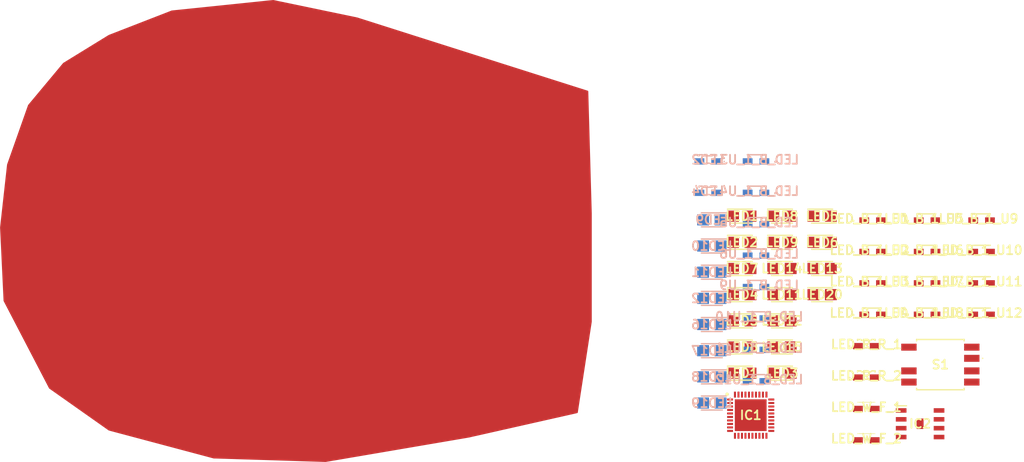
<source format=kicad_pcb>
(kicad_pcb (version 20241229) (generator "pcbnew") (generator_version "9.0")
  (layers (0 "F.Cu" signal) (2 "B.Cu" signal) (13 "F.Paste" user) (15 "B.Paste" user) (5 "F.SilkS" user "F.Silkscreen") (7 "B.SilkS" user "B.Silkscreen") (1 "F.Mask" user) (3 "B.Mask" user) (25 "Edge.Cuts" user))
  (net 0 "")
  (net 1 "Net-(IC2-OUT3)")
  (net 3 "Net-(LED1-A)")
  (net 5 "Net-(LED2-A)")
  (net 6 "Net-(LED10-K)")
  (net 7 "Net-(LED11-K)")
  (net 10 "Net-(LED12-K)")
  (net 11 "Net-(LED13-K)")
  (net 12 "Net-(LED14-K)")
  (net 17 "VCC")
  (net 18 "Net-(LED_B_1_U1-A)")
  (net 19 "Net-(LED_B_1_U2-A)")
  (net 20 "Net-(LED_B_1_U3-A)")
  (net 22 "Net-(LED_B_1_U10-K)")
  (net 24 "Net-(LED_B_1_U11-K)")
  (net 27 "Net-(LED_B_1_U12-K)")
  (net 32 "Net-(LED_R_R_1-A)")
  (net 33 "Net-(LED_W_F_1-A)")
  (net 41 "S-Grip-R")
  (net 42 "RXD")
  (net 43 "S-Brake")
  (net 44 "B5-Top")
  (net 45 "W-Top")
  (net 46 "S-Bar-2")
  (net 47 "B2-Side")
  (net 48 "W-Side")
  (net 49 "B4-Top")
  (net 50 "B5-Side")
  (net 51 "TXD")
  (net 52 "S-Grip-B")
  (net 53 "GND")
  (net 54 "SDB")
  (net 55 "RSTN")
  (net 56 "S-Grip-RGB")
  (net 57 "B3-Top")
  (net 58 "B2-Top")
  (net 59 "+5V")
  (net 60 "ENLIN")
  (net 61 "B6-Top")
  (net 62 "S-Grip-Bot")
  (net 63 "R-Side")
  (net 64 "B3-Side")
  (net 65 "B1-Top")
  (net 66 "S-Ext-1")
  (net 68 "S-Grip-G")
  (net 70 "B6-Side")
  (net 71 "S-Bar-1")
  (net 72 "B4-Side")
  (net 73 "Net-(IC1-REXT)")
  (net 74 "B1-Side")
  (net 76 "S-Ext-2")
  (net 77 "Net-(IC2-LIN)")
  (net 78 "VCC-IO")
  (net 79 "Net-(LED1-K)")
  (net 80 "Net-(LED2-K)")
  (net 81 "Net-(LED3-A)")
  (net 82 "Net-(LED5-A)")
  (net 83 "Net-(LED7-K)")
  (net 84 "Net-(LED15-K)")
  (net 85 "Net-(LED8-K)")
  (net 86 "Net-(LED16-K)")
  (net 87 "Net-(LED9-K)")
  (net 88 "Net-(LED10-A)")
  (net 89 "Net-(LED11-A)")
  (net 90 "Net-(LED12-A)")
  (net 91 "Net-(LED13-A)")
  (net 92 "Net-(LED_B_1_U1-K)")
  (net 93 "Net-(LED_B_1_U2-K)")
  (net 94 "Net-(LED_B_1_U3-K)")
  (net 95 "Net-(LED_B_1_U4-K)")
  (net 96 "Net-(LED_B_1_U5-K)")
  (net 97 "Net-(LED_B_1_U6-K)")
  (net 98 "Net-(LED_W_F_1-K)")
  (footprint "SamacSys_Parts:AA2810AVW1S" (layer "F.Cu") (at 184.9 101.15)
    (property "Reference" "LED_W_F_2" (at 0 0.1 0) (layer "F.SilkS") (effects (font (size 1.27 1.27) (thickness 0.254))))
    (property "Value" "AA2810AVW1S" (hide yes))
    (pad "1" smd rect (at -1.2 0.35 90) (size 0.9 1.4) (layers "F.Cu" "F.Mask" "F.Paste") (net 33 "Net-(LED_W_F_1-A)"))
    (pad "2" smd rect (at 1.2 0.35 90) (size 0.9 1.4) (layers "F.Cu" "F.Mask" "F.Paste") (net 59 "+5V"))
  )
  (footprint "SamacSys_Parts:AA2810AQBSD" (layer "F.Cu") (at 201.4 70)
    (property "Reference" "LED_B_1_U9" (at -0.45 -0.25 0) (layer "F.SilkS") (effects (font (size 1.27 1.27) (thickness 0.254))))
    (property "Value" "AA2810AQBS_D" (hide yes))
    (pad "1" smd rect (at -1.2 0 90) (size 0.9 1.4) (layers "F.Cu" "F.Mask" "F.Paste") (net 20 "Net-(LED_B_1_U3-A)"))
    (pad "2" smd rect (at 1.2 0 90) (size 0.9 1.4) (layers "F.Cu" "F.Mask" "F.Paste"))
  )
  (footprint "SamacSys_Parts:LEDM3020X150N" (layer "F.Cu") (at 167.075 88.125)
    (property "Reference" "LED8" (at 0 0 0) (layer "F.SilkS") (effects (font (size 1.27 1.27) (thickness 0.254))))
    (property "Value" "AA3021SYSK_J3-TR" (hide yes))
    (pad "1" smd rect (at -1.25 0 90) (size 1.6 1.7) (layers "F.Cu" "F.Mask" "F.Paste") (net 85 "Net-(LED8-K)"))
    (pad "2" smd rect (at 1.25 0 90) (size 1.6 1.7) (layers "F.Cu" "F.Mask" "F.Paste") (net 84 "Net-(LED15-K)"))
  )
  (footprint "SamacSys_Parts:LEDM3020X150N" (layer "F.Cu") (at 167.075 73.125)
    (property "Reference" "LED2" (at 0 0 0) (layer "F.SilkS") (effects (font (size 1.27 1.27) (thickness 0.254))))
    (property "Value" "AA3021SYSK_J3-TR" (hide yes))
    (pad "1" smd rect (at -1.25 0 90) (size 1.6 1.7) (layers "F.Cu" "F.Mask" "F.Paste"))
    (pad "2" smd rect (at 1.25 0 90) (size 1.6 1.7) (layers "F.Cu" "F.Mask" "F.Paste") (net 5 "Net-(LED2-A)"))
  )
  (footprint "SamacSys_Parts:LEDM3020X150N" (layer "F.Cu") (at 178.575 73.125)
    (property "Reference" "LED6" (at 0 0 0) (layer "F.SilkS") (effects (font (size 1.27 1.27) (thickness 0.254))))
    (property "Value" "AA3021SESK_J3-TR" (hide yes))
    (pad "1" smd rect (at -1.25 0 90) (size 1.6 1.7) (layers "F.Cu" "F.Mask" "F.Paste") (net 82 "Net-(LED5-A)"))
    (pad "2" smd rect (at 1.25 0 90) (size 1.6 1.7) (layers "F.Cu" "F.Mask" "F.Paste") (net 11 "Net-(LED13-K)"))
  )
  (footprint "SamacSys_Parts:AA2810AQBSD" (layer "F.Cu") (at 193.6 83.5)
    (property "Reference" "LED_B_1_U8" (at -0.45 -0.25 0) (layer "F.SilkS") (effects (font (size 1.27 1.27) (thickness 0.254))))
    (property "Value" "AA2810AQBS_D" (hide yes))
    (pad "1" smd rect (at -1.2 0 90) (size 0.9 1.4) (layers "F.Cu" "F.Mask" "F.Paste") (net 19 "Net-(LED_B_1_U2-A)"))
    (pad "2" smd rect (at 1.2 0 90) (size 0.9 1.4) (layers "F.Cu" "F.Mask" "F.Paste") (net 59 "+5V"))
  )
  (footprint "SamacSys_Parts:LEDM3020X150N" (layer "F.Cu") (at 178.575 80.625)
    (property "Reference" "LED20" (at 0 0 0) (layer "F.SilkS") (effects (font (size 1.27 1.27) (thickness 0.254))))
    (property "Value" "AA3021SESK_J3-TR" (hide yes))
    (pad "1" smd rect (at -1.25 0 90) (size 1.6 1.7) (layers "F.Cu" "F.Mask" "F.Paste") (net 91 "Net-(LED13-A)"))
    (pad "2" smd rect (at 1.25 0 90) (size 1.6 1.7) (layers "F.Cu" "F.Mask" "F.Paste") (net 59 "+5V"))
  )
  (footprint "SamacSys_Parts:LEDM3020X150N" (layer "F.Cu") (at 178.575 76.875)
    (property "Reference" "LED13" (at 0 0 0) (layer "F.SilkS") (effects (font (size 1.27 1.27) (thickness 0.254))))
    (property "Value" "AA3021SESK_J3-TR" (hide yes))
    (pad "1" smd rect (at -1.25 0 90) (size 1.6 1.7) (layers "F.Cu" "F.Mask" "F.Paste") (net 11 "Net-(LED13-K)"))
    (pad "2" smd rect (at 1.25 0 90) (size 1.6 1.7) (layers "F.Cu" "F.Mask" "F.Paste") (net 91 "Net-(LED13-A)"))
  )
  (footprint "SamacSys_Parts:AA2810AQBSD" (layer "F.Cu") (at 185.8 70)
    (property "Reference" "LED_B_1_U1" (at -0.45 -0.25 0) (layer "F.SilkS") (effects (font (size 1.27 1.27) (thickness 0.254))))
    (property "Value" "AA2810AQBS_D" (hide yes))
    (pad "1" smd rect (at -1.2 0 90) (size 0.9 1.4) (layers "F.Cu" "F.Mask" "F.Paste") (net 92 "Net-(LED_B_1_U1-K)"))
    (pad "2" smd rect (at 1.2 0 90) (size 0.9 1.4) (layers "F.Cu" "F.Mask" "F.Paste") (net 18 "Net-(LED_B_1_U1-A)"))
  )
  (footprint "SamacSys_Parts:AA2810AQBSD" (layer "F.Cu") (at 193.6 70)
    (property "Reference" "LED_B_1_U5" (at -0.45 -0.25 0) (layer "F.SilkS") (effects (font (size 1.27 1.27) (thickness 0.254))))
    (property "Value" "AA2810AQBS_D" (hide yes))
    (pad "1" smd rect (at -1.2 0 90) (size 0.9 1.4) (layers "F.Cu" "F.Mask" "F.Paste"))
    (pad "2" smd rect (at 1.2 0 90) (size 0.9 1.4) (layers "F.Cu" "F.Mask" "F.Paste") (net 24 "Net-(LED_B_1_U11-K)"))
  )
  (footprint "SamacSys_Parts:AA2810AQBSD" (layer "F.Cu") (at 201.4 83.5)
    (property "Reference" "LED_B_1_U12" (at -0.45 -0.25 0) (layer "F.SilkS") (effects (font (size 1.27 1.27) (thickness 0.254))))
    (property "Value" "AA2810AQBS_D" (hide yes))
    (pad "1" smd rect (at -1.2 0 90) (size 0.9 1.4) (layers "F.Cu" "F.Mask" "F.Paste") (net 27 "Net-(LED_B_1_U12-K)"))
    (pad "2" smd rect (at 1.2 0 90) (size 0.9 1.4) (layers "F.Cu" "F.Mask" "F.Paste"))
  )
  (footprint "SamacSys_Parts:LEDM3020X150N" (layer "F.Cu") (at 172.825 80.625)
    (property "Reference" "LED11" (at 0 0 0) (layer "F.SilkS") (effects (font (size 1.27 1.27) (thickness 0.254))))
    (property "Value" "AA3021SYSK_J3-TR" (hide yes))
    (pad "1" smd rect (at -1.25 0 90) (size 1.6 1.7) (layers "F.Cu" "F.Mask" "F.Paste") (net 7 "Net-(LED11-K)"))
    (pad "2" smd rect (at 1.25 0 90) (size 1.6 1.7) (layers "F.Cu" "F.Mask" "F.Paste"))
  )
  (footprint "SamacSys_Parts:LEDM3020X150N" (layer "F.Cu") (at 172.825 84.375)
    (property "Reference" "LED12" (at 0 0 0) (layer "F.SilkS") (effects (font (size 1.27 1.27) (thickness 0.254))))
    (property "Value" "AA3021SYSK_J3-TR" (hide yes))
    (pad "1" smd rect (at -1.25 0 90) (size 1.6 1.7) (layers "F.Cu" "F.Mask" "F.Paste") (net 10 "Net-(LED12-K)"))
    (pad "2" smd rect (at 1.25 0 90) (size 1.6 1.7) (layers "F.Cu" "F.Mask" "F.Paste"))
  )
  (footprint "SamacSys_Parts:LEDM3020X150N" (layer "F.Cu") (at 172.825 91.875)
    (property "Reference" "LED3" (at 0 0 0) (layer "F.SilkS") (effects (font (size 1.27 1.27) (thickness 0.254))))
    (property "Value" "AA3021SESK_J3-TR" (hide yes))
    (pad "1" smd rect (at -1.25 0 90) (size 1.6 1.7) (layers "F.Cu" "F.Mask" "F.Paste") (net 3 "Net-(LED1-A)"))
    (pad "2" smd rect (at 1.25 0 90) (size 1.6 1.7) (layers "F.Cu" "F.Mask" "F.Paste") (net 81 "Net-(LED3-A)"))
  )
  (footprint "SamacSys_Parts:LEDM3020X150N" (layer "F.Cu") (at 178.575 69.375)
    (property "Reference" "LED5" (at 0 0 0) (layer "F.SilkS") (effects (font (size 1.27 1.27) (thickness 0.254))))
    (property "Value" "AA3021SESK_J3-TR" (hide yes))
    (pad "1" smd rect (at -1.25 0 90) (size 1.6 1.7) (layers "F.Cu" "F.Mask" "F.Paste") (net 81 "Net-(LED3-A)"))
    (pad "2" smd rect (at 1.25 0 90) (size 1.6 1.7) (layers "F.Cu" "F.Mask" "F.Paste") (net 82 "Net-(LED5-A)"))
  )
  (footprint "SamacSys_Parts:LEDM3020X150N" (layer "F.Cu") (at 172.825 76.875)
    (property "Reference" "LED14" (at 0 0 0) (layer "F.SilkS") (effects (font (size 1.27 1.27) (thickness 0.254))))
    (property "Value" "AA3021SYSK_J3-TR" (hide yes))
    (pad "1" smd rect (at -1.25 0 90) (size 1.6 1.7) (layers "F.Cu" "F.Mask" "F.Paste") (net 12 "Net-(LED14-K)"))
    (pad "2" smd rect (at 1.25 0 90) (size 1.6 1.7) (layers "F.Cu" "F.Mask" "F.Paste") (net 59 "+5V"))
  )
  (footprint "SamacSys_Parts:AA2810AQBSD" (layer "F.Cu") (at 193.6 79)
    (property "Reference" "LED_B_1_U7" (at -0.45 -0.25 0) (layer "F.SilkS") (effects (font (size 1.27 1.27) (thickness 0.254))))
    (property "Value" "AA2810AQBS_D" (hide yes))
    (pad "1" smd rect (at -1.2 0 90) (size 0.9 1.4) (layers "F.Cu" "F.Mask" "F.Paste") (net 18 "Net-(LED_B_1_U1-A)"))
    (pad "2" smd rect (at 1.2 0 90) (size 0.9 1.4) (layers "F.Cu" "F.Mask" "F.Paste") (net 59 "+5V"))
  )
  (footprint "SamacSys_Parts:AA2810AVW1S" (layer "F.Cu") (at 184.9 96.65)
    (property "Reference" "LED_W_F_1" (at 0 0.1 0) (layer "F.SilkS") (effects (font (size 1.27 1.27) (thickness 0.254))))
    (property "Value" "AA2810AVW1S" (hide yes))
    (pad "1" smd rect (at -1.2 0.35 90) (size 0.9 1.4) (layers "F.Cu" "F.Mask" "F.Paste") (net 98 "Net-(LED_W_F_1-K)"))
    (pad "2" smd rect (at 1.2 0.35 90) (size 0.9 1.4) (layers "F.Cu" "F.Mask" "F.Paste") (net 33 "Net-(LED_W_F_1-A)"))
  )
  (footprint "SamacSys_Parts:AA2810AQBSD" (layer "F.Cu") (at 185.8 83.5)
    (property "Reference" "LED_B_1_U4" (at -0.45 -0.25 0) (layer "F.SilkS") (effects (font (size 1.27 1.27) (thickness 0.254))))
    (property "Value" "AA2810AQBS_D" (hide yes))
    (pad "1" smd rect (at -1.2 0 90) (size 0.9 1.4) (layers "F.Cu" "F.Mask" "F.Paste"))
    (pad "2" smd rect (at 1.2 0 90) (size 0.9 1.4) (layers "F.Cu" "F.Mask" "F.Paste") (net 22 "Net-(LED_B_1_U10-K)"))
  )
  (footprint "SamacSys_Parts:SOIC127P600X170-9N" (layer "F.Cu") (at 192.6 99.125)
    (property "Reference" "IC2" (at 0 0 0) (layer "F.SilkS") (effects (font (size 1.27 1.27) (thickness 0.254))))
    (property "Value" "IS32IO1028A-GRLA2-TR" (hide yes))
    (pad "1" smd rect (at -2.712 -1.905 90) (size 0.65 1.525) (layers "F.Cu" "F.Mask" "F.Paste") (net 59 "+5V"))
    (pad "2" smd rect (at -2.712 -0.635 90) (size 0.65 1.525) (layers "F.Cu" "F.Mask" "F.Paste") (net 60 "ENLIN"))
    (pad "3" smd rect (at -2.712 0.635 90) (size 0.65 1.525) (layers "F.Cu" "F.Mask" "F.Paste") (net 53 "GND"))
    (pad "4" smd rect (at -2.712 1.905 90) (size 0.65 1.525) (layers "F.Cu" "F.Mask" "F.Paste") (net 77 "Net-(IC2-LIN)"))
    (pad "5" smd rect (at 2.712 1.905 90) (size 0.65 1.525) (layers "F.Cu" "F.Mask" "F.Paste") (net 42 "RXD"))
    (pad "6" smd rect (at 2.712 0.635 90) (size 0.65 1.525) (layers "F.Cu" "F.Mask" "F.Paste") (net 51 "TXD"))
    (pad "7" smd rect (at 2.712 -0.635 90) (size 0.65 1.525) (layers "F.Cu" "F.Mask" "F.Paste") (net 55 "RSTN"))
    (pad "8" smd rect (at 2.712 -1.905 90) (size 0.65 1.525) (layers "F.Cu" "F.Mask" "F.Paste") (net 78 "VCC-IO"))
    (pad "9" smd rect (at 0 0) (size 1 1.5) (layers "F.Cu" "F.Mask" "F.Paste") (net 53 "GND"))
  )
  (footprint "SamacSys_Parts:LEDM3020X150N" (layer "F.Cu") (at 172.825 73.125)
    (property "Reference" "LED9" (at 0 0 0) (layer "F.SilkS") (effects (font (size 1.27 1.27) (thickness 0.254))))
    (property "Value" "AA3021SYSK_J3-TR" (hide yes))
    (pad "1" smd rect (at -1.25 0 90) (size 1.6 1.7) (layers "F.Cu" "F.Mask" "F.Paste") (net 5 "Net-(LED2-A)"))
    (pad "2" smd rect (at 1.25 0 90) (size 1.6 1.7) (layers "F.Cu" "F.Mask" "F.Paste"))
  )
  (footprint "SamacSys_Parts:228EMVARGBFR" (layer "F.Cu") (at 195.5 90.65)
    (property "Reference" "S1" (at 0 0 0) (layer "F.SilkS") (effects (font (size 1.27 1.27) (thickness 0.254))))
    (property "Value" "228EMVARGBFR" (hide yes))
    (pad "" np_thru_hole circle (at -1.75 -1.7) (size 1 1) (drill 1) (layers "*.Cu" "*.Mask"))
    (pad "" np_thru_hole circle (at 1.75 -1.7) (size 1 1) (drill 1) (layers "*.Cu" "*.Mask"))
    (pad "A1" smd rect (at 4.5 -0.9 90) (size 1 2.2) (layers "F.Cu" "F.Mask" "F.Paste"))
    (pad "B1" smd rect (at 4.5 -2.5 90) (size 1 2.2) (layers "F.Cu" "F.Mask" "F.Paste"))
    (pad "B2" smd rect (at -4.5 -2.5 90) (size 1 2.2) (layers "F.Cu" "F.Mask" "F.Paste"))
    (pad "L1" smd rect (at 4.5 2.5 90) (size 1 2.2) (layers "F.Cu" "F.Mask" "F.Paste"))
    (pad "L2" smd rect (at 4.5 0.9 90) (size 1 2.2) (layers "F.Cu" "F.Mask" "F.Paste"))
    (pad "L3" smd rect (at -4.5 2.5 90) (size 1 2.2) (layers "F.Cu" "F.Mask" "F.Paste"))
    (pad "L4" smd rect (at -4.5 0.9 90) (size 1 2.2) (layers "F.Cu" "F.Mask" "F.Paste"))
  )
  (footprint "SamacSys_Parts:AA2810ASESJ3" (layer "F.Cu") (at 184.9 87.75)
    (property "Reference" "LED_R_R_1" (at 0 0 0) (layer "F.SilkS") (effects (font (size 1.27 1.27) (thickness 0.254))))
    (property "Value" "AA2810ASES_J3" (hide yes))
    (pad "1" smd rect (at -1.2 0.25 90) (size 0.9 1.4) (layers "F.Cu" "F.Mask" "F.Paste") (net 32 "Net-(LED_R_R_1-A)"))
    (pad "2" smd rect (at 1.2 0.25 90) (size 0.9 1.4) (layers "F.Cu" "F.Mask" "F.Paste") (net 1 "Net-(IC2-OUT3)"))
  )
  (footprint "SamacSys_Parts:AA2810AQBSD" (layer "F.Cu") (at 185.8 74.5)
    (property "Reference" "LED_B_1_U2" (at -0.45 -0.25 0) (layer "F.SilkS") (effects (font (size 1.27 1.27) (thickness 0.254))))
    (property "Value" "AA2810AQBS_D" (hide yes))
    (pad "1" smd rect (at -1.2 0 90) (size 0.9 1.4) (layers "F.Cu" "F.Mask" "F.Paste") (net 93 "Net-(LED_B_1_U2-K)"))
    (pad "2" smd rect (at 1.2 0 90) (size 0.9 1.4) (layers "F.Cu" "F.Mask" "F.Paste") (net 19 "Net-(LED_B_1_U2-A)"))
  )
  (footprint "SamacSys_Parts:LEDM3020X150N" (layer "F.Cu") (at 172.825 88.125)
    (property "Reference" "LED15" (at 0 0 0) (layer "F.SilkS") (effects (font (size 1.27 1.27) (thickness 0.254))))
    (property "Value" "AA3021SYSK_J3-TR" (hide yes))
    (pad "1" smd rect (at -1.25 0 90) (size 1.6 1.7) (layers "F.Cu" "F.Mask" "F.Paste") (net 84 "Net-(LED15-K)"))
    (pad "2" smd rect (at 1.25 0 90) (size 1.6 1.7) (layers "F.Cu" "F.Mask" "F.Paste") (net 59 "+5V"))
  )
  (footprint "SamacSys_Parts:AA2810AQBSD" (layer "F.Cu") (at 193.6 74.5)
    (property "Reference" "LED_B_1_U6" (at -0.45 -0.25 0) (layer "F.SilkS") (effects (font (size 1.27 1.27) (thickness 0.254))))
    (property "Value" "AA2810AQBS_D" (hide yes))
    (pad "1" smd rect (at -1.2 0 90) (size 0.9 1.4) (layers "F.Cu" "F.Mask" "F.Paste"))
    (pad "2" smd rect (at 1.2 0 90) (size 0.9 1.4) (layers "F.Cu" "F.Mask" "F.Paste") (net 27 "Net-(LED_B_1_U12-K)"))
  )
  (footprint "SamacSys_Parts:LEDM3020X150N" (layer "F.Cu") (at 167.075 80.625)
    (property "Reference" "LED4" (at 0 0 0) (layer "F.SilkS") (effects (font (size 1.27 1.27) (thickness 0.254))))
    (property "Value" "AA3021SYSK_J3-TR" (hide yes))
    (pad "1" smd rect (at -1.25 0 90) (size 1.6 1.7) (layers "F.Cu" "F.Mask" "F.Paste"))
    (pad "2" smd rect (at 1.25 0 90) (size 1.6 1.7) (layers "F.Cu" "F.Mask" "F.Paste") (net 7 "Net-(LED11-K)"))
  )
  (footprint "SamacSys_Parts:AA2810AQBSD" (layer "F.Cu") (at 201.4 79)
    (property "Reference" "LED_B_1_U11" (at -0.45 -0.25 0) (layer "F.SilkS") (effects (font (size 1.27 1.27) (thickness 0.254))))
    (property "Value" "AA2810AQBS_D" (hide yes))
    (pad "1" smd rect (at -1.2 0 90) (size 0.9 1.4) (layers "F.Cu" "F.Mask" "F.Paste") (net 24 "Net-(LED_B_1_U11-K)"))
    (pad "2" smd rect (at 1.2 0 90) (size 0.9 1.4) (layers "F.Cu" "F.Mask" "F.Paste"))
  )
  (footprint "SamacSys_Parts:LEDM3020X150N" (layer "F.Cu") (at 172.825 69.375)
    (property "Reference" "LED8" (at 0 0 0) (layer "F.SilkS") (effects (font (size 1.27 1.27) (thickness 0.254))))
    (property "Value" "AA3021SYSK_J3-TR" (hide yes))
    (pad "1" smd rect (at -1.25 0 90) (size 1.6 1.7) (layers "F.Cu" "F.Mask" "F.Paste") (net 3 "Net-(LED1-A)"))
    (pad "2" smd rect (at 1.25 0 90) (size 1.6 1.7) (layers "F.Cu" "F.Mask" "F.Paste"))
  )
  (footprint "SamacSys_Parts:AA2810AQBSD" (layer "F.Cu") (at 201.4 74.5)
    (property "Reference" "LED_B_1_U10" (at -0.45 -0.25 0) (layer "F.SilkS") (effects (font (size 1.27 1.27) (thickness 0.254))))
    (property "Value" "AA2810AQBS_D" (hide yes))
    (pad "1" smd rect (at -1.2 0 90) (size 0.9 1.4) (layers "F.Cu" "F.Mask" "F.Paste") (net 22 "Net-(LED_B_1_U10-K)"))
    (pad "2" smd rect (at 1.2 0 90) (size 0.9 1.4) (layers "F.Cu" "F.Mask" "F.Paste"))
  )
  (footprint "SamacSys_Parts:LEDM3020X150N" (layer "F.Cu") (at 167.075 91.875)
    (property "Reference" "LED1" (at 0 0 0) (layer "F.SilkS") (effects (font (size 1.27 1.27) (thickness 0.254))))
    (property "Value" "AA3021SESK_J3-TR" (hide yes))
    (pad "1" smd rect (at -1.25 0 90) (size 1.6 1.7) (layers "F.Cu" "F.Mask" "F.Paste") (net 79 "Net-(LED1-K)"))
    (pad "2" smd rect (at 1.25 0 90) (size 1.6 1.7) (layers "F.Cu" "F.Mask" "F.Paste") (net 3 "Net-(LED1-A)"))
  )
  (footprint "SamacSys_Parts:AA2810ASESJ3" (layer "F.Cu") (at 184.9 92.25)
    (property "Reference" "LED_R_R_2" (at 0 0 0) (layer "F.SilkS") (effects (font (size 1.27 1.27) (thickness 0.254))))
    (property "Value" "AA2810ASES_J3" (hide yes))
    (pad "1" smd rect (at -1.2 0.25 90) (size 0.9 1.4) (layers "F.Cu" "F.Mask" "F.Paste") (net 17 "VCC"))
    (pad "2" smd rect (at 1.2 0.25 90) (size 0.9 1.4) (layers "F.Cu" "F.Mask" "F.Paste") (net 32 "Net-(LED_R_R_1-A)"))
  )
  (footprint "SamacSys_Parts:LEDM3020X150N" (layer "F.Cu") (at 167.075 69.375)
    (property "Reference" "LED1" (at 0 0 0) (layer "F.SilkS") (effects (font (size 1.27 1.27) (thickness 0.254))))
    (property "Value" "AA3021SYSK_J3-TR" (hide yes))
    (pad "1" smd rect (at -1.25 0 90) (size 1.6 1.7) (layers "F.Cu" "F.Mask" "F.Paste"))
    (pad "2" smd rect (at 1.25 0 90) (size 1.6 1.7) (layers "F.Cu" "F.Mask" "F.Paste") (net 3 "Net-(LED1-A)"))
  )
  (footprint "SamacSys_Parts:QFN50P600X600X80-41N-D" (layer "F.Cu") (at 168.35 97.9)
    (property "Reference" "IC1" (at 0 0 0) (layer "F.SilkS") (effects (font (size 1.27 1.27) (thickness 0.254))))
    (property "Value" "IS31CS8979-QFLS2-TR" (hide yes))
    (pad "1" smd rect (at -2.95 -2.25 90) (size 0.3 0.85) (layers "F.Cu" "F.Mask" "F.Paste") (net 70 "B6-Side"))
    (pad "2" smd rect (at -2.95 -1.75 90) (size 0.3 0.85) (layers "F.Cu" "F.Mask" "F.Paste") (net 61 "B6-Top"))
    (pad "3" smd rect (at -2.95 -1.25 90) (size 0.3 0.85) (layers "F.Cu" "F.Mask" "F.Paste") (net 41 "S-Grip-R"))
    (pad "4" smd rect (at -2.95 -0.75 90) (size 0.3 0.85) (layers "F.Cu" "F.Mask" "F.Paste") (net 68 "S-Grip-G"))
    (pad "5" smd rect (at -2.95 -0.25 90) (size 0.3 0.85) (layers "F.Cu" "F.Mask" "F.Paste") (net 52 "S-Grip-B"))
    (pad "6" smd rect (at -2.95 0.25 90) (size 0.3 0.85) (layers "F.Cu" "F.Mask" "F.Paste") (net 53 "GND"))
    (pad "7" smd rect (at -2.95 0.75 90) (size 0.3 0.85) (layers "F.Cu" "F.Mask" "F.Paste") (net 73 "Net-(IC1-REXT)"))
    (pad "8" smd rect (at -2.95 1.25 90) (size 0.3 0.85) (layers "F.Cu" "F.Mask" "F.Paste") (net 54 "SDB"))
    (pad "9" smd rect (at -2.95 1.75 90) (size 0.3 0.85) (layers "F.Cu" "F.Mask" "F.Paste") (net 59 "+5V"))
    (pad "10" smd rect (at -2.95 2.25 90) (size 0.3 0.85) (layers "F.Cu" "F.Mask" "F.Paste") (net 43 "S-Brake"))
    (pad "11" smd rect (at -2.25 2.95) (size 0.3 0.85) (layers "F.Cu" "F.Mask" "F.Paste") (net 76 "S-Ext-2"))
    (pad "12" smd rect (at -1.75 2.95) (size 0.3 0.85) (layers "F.Cu" "F.Mask" "F.Paste") (net 66 "S-Ext-1"))
    (pad "13" smd rect (at -1.25 2.95) (size 0.3 0.85) (layers "F.Cu" "F.Mask" "F.Paste") (net 62 "S-Grip-Bot"))
    (pad "14" smd rect (at -0.75 2.95) (size 0.3 0.85) (layers "F.Cu" "F.Mask" "F.Paste") (net 56 "S-Grip-RGB"))
    (pad "15" smd rect (at -0.25 2.95) (size 0.3 0.85) (layers "F.Cu" "F.Mask" "F.Paste"))
    (pad "16" smd rect (at 0.25 2.95) (size 0.3 0.85) (layers "F.Cu" "F.Mask" "F.Paste"))
    (pad "17" smd rect (at 0.75 2.95) (size 0.3 0.85) (layers "F.Cu" "F.Mask" "F.Paste") (net 59 "+5V"))
    (pad "18" smd rect (at 1.25 2.95) (size 0.3 0.85) (layers "F.Cu" "F.Mask" "F.Paste") (net 55 "RSTN"))
    (pad "19" smd rect (at 1.75 2.95) (size 0.3 0.85) (layers "F.Cu" "F.Mask" "F.Paste"))
    (pad "20" smd rect (at 2.25 2.95) (size 0.3 0.85) (layers "F.Cu" "F.Mask" "F.Paste") (net 60 "ENLIN"))
    (pad "21" smd rect (at 2.95 2.25 90) (size 0.3 0.85) (layers "F.Cu" "F.Mask" "F.Paste") (net 42 "RXD"))
    (pad "22" smd rect (at 2.95 1.75 90) (size 0.3 0.85) (layers "F.Cu" "F.Mask" "F.Paste") (net 51 "TXD"))
    (pad "23" smd rect (at 2.95 1.25 90) (size 0.3 0.85) (layers "F.Cu" "F.Mask" "F.Paste") (net 46 "S-Bar-2"))
    (pad "24" smd rect (at 2.95 0.75 90) (size 0.3 0.85) (layers "F.Cu" "F.Mask" "F.Paste") (net 71 "S-Bar-1"))
    (pad "25" smd rect (at 2.95 0.25 90) (size 0.3 0.85) (layers "F.Cu" "F.Mask" "F.Paste") (net 53 "GND"))
    (pad "26" smd rect (at 2.95 -0.25 90) (size 0.3 0.85) (layers "F.Cu" "F.Mask" "F.Paste") (net 48 "W-Side"))
    (pad "27" smd rect (at 2.95 -0.75 90) (size 0.3 0.85) (layers "F.Cu" "F.Mask" "F.Paste") (net 45 "W-Top"))
    (pad "28" smd rect (at 2.95 -1.25 90) (size 0.3 0.85) (layers "F.Cu" "F.Mask" "F.Paste") (net 63 "R-Side"))
    (pad "29" smd rect (at 2.95 -1.75 90) (size 0.3 0.85) (layers "F.Cu" "F.Mask" "F.Paste") (net 74 "B1-Side"))
    (pad "30" smd rect (at 2.95 -2.25 90) (size 0.3 0.85) (layers "F.Cu" "F.Mask" "F.Paste") (net 65 "B1-Top"))
    (pad "31" smd rect (at 2.25 -2.95) (size 0.3 0.85) (layers "F.Cu" "F.Mask" "F.Paste") (net 47 "B2-Side"))
    (pad "32" smd rect (at 1.75 -2.95) (size 0.3 0.85) (layers "F.Cu" "F.Mask" "F.Paste") (net 58 "B2-Top"))
    (pad "33" smd rect (at 1.25 -2.95) (size 0.3 0.85) (layers "F.Cu" "F.Mask" "F.Paste") (net 64 "B3-Side"))
    (pad "34" smd rect (at 0.75 -2.95) (size 0.3 0.85) (layers "F.Cu" "F.Mask" "F.Paste") (net 57 "B3-Top"))
    (pad "35" smd rect (at 0.25 -2.95) (size 0.3 0.85) (layers "F.Cu" "F.Mask" "F.Paste") (net 53 "GND"))
    (pad "36" smd rect (at -0.25 -2.95) (size 0.3 0.85) (layers "F.Cu" "F.Mask" "F.Paste") (net 53 "GND"))
    (pad "37" smd rect (at -0.75 -2.95) (size 0.3 0.85) (layers "F.Cu" "F.Mask" "F.Paste") (net 72 "B4-Side"))
    (pad "38" smd rect (at -1.25 -2.95) (size 0.3 0.85) (layers "F.Cu" "F.Mask" "F.Paste") (net 49 "B4-Top"))
    (pad "39" smd rect (at -1.75 -2.95) (size 0.3 0.85) (layers "F.Cu" "F.Mask" "F.Paste") (net 50 "B5-Side"))
    (pad "40" smd rect (at -2.25 -2.95) (size 0.3 0.85) (layers "F.Cu" "F.Mask" "F.Paste") (net 44 "B5-Top"))
    (pad "41" smd rect (at 0 0) (size 4.55 4.55) (layers "F.Cu" "F.Mask" "F.Paste") (net 53 "GND"))
  )
  (footprint "SamacSys_Parts:LEDM3020X150N" (layer "F.Cu") (at 167.075 84.375)
    (property "Reference" "LED5" (at 0 0 0) (layer "F.SilkS") (effects (font (size 1.27 1.27) (thickness 0.254))))
    (property "Value" "AA3021SYSK_J3-TR" (hide yes))
    (pad "1" smd rect (at -1.25 0 90) (size 1.6 1.7) (layers "F.Cu" "F.Mask" "F.Paste"))
    (pad "2" smd rect (at 1.25 0 90) (size 1.6 1.7) (layers "F.Cu" "F.Mask" "F.Paste") (net 10 "Net-(LED12-K)"))
  )
  (footprint "SamacSys_Parts:LEDM3020X150N" (layer "F.Cu") (at 167.075 76.875)
    (property "Reference" "LED7" (at 0 0 0) (layer "F.SilkS") (effects (font (size 1.27 1.27) (thickness 0.254))))
    (property "Value" "AA3021SYSK_J3-TR" (hide yes))
    (pad "1" smd rect (at -1.25 0 90) (size 1.6 1.7) (layers "F.Cu" "F.Mask" "F.Paste") (net 83 "Net-(LED7-K)"))
    (pad "2" smd rect (at 1.25 0 90) (size 1.6 1.7) (layers "F.Cu" "F.Mask" "F.Paste") (net 12 "Net-(LED14-K)"))
  )
  (footprint "SamacSys_Parts:AA2810AQBSD" (layer "F.Cu") (at 185.8 79)
    (property "Reference" "LED_B_1_U3" (at -0.45 -0.25 0) (layer "F.SilkS") (effects (font (size 1.27 1.27) (thickness 0.254))))
    (property "Value" "AA2810AQBS_D" (hide yes))
    (pad "1" smd rect (at -1.2 0 90) (size 0.9 1.4) (layers "F.Cu" "F.Mask" "F.Paste"))
    (pad "2" smd rect (at 1.2 0 90) (size 0.9 1.4) (layers "F.Cu" "F.Mask" "F.Paste") (net 20 "Net-(LED_B_1_U3-A)"))
  )
  (footprint "SamacSys_Parts:LEDM3020X150N" (layer "B.Cu") (at 162.787 96.155 180)
    (property "Reference" "LED19" (at 0 0 0) (layer "B.SilkS") (effects (font (size 1.27 1.27) (thickness 0.254)) (justify mirror)))
    (property "Value" "AA3021SYSK_J3-TR" (hide yes))
    (pad "1" smd rect (at -1.25 0 90) (size 1.6 1.7) (layers "B.Cu" "B.Mask" "B.Paste") (net 90 "Net-(LED12-A)"))
    (pad "2" smd rect (at 1.25 0 90) (size 1.6 1.7) (layers "B.Cu" "B.Mask" "B.Paste") (net 59 "+5V"))
  )
  (footprint "SamacSys_Parts:AA2810ASESJ3" (layer "B.Cu") (at 162.212 61.28 180)
    (property "Reference" "LED2" (at 0 0 0) (layer "B.SilkS") (effects (font (size 1.27 1.27) (thickness 0.254)) (justify mirror)))
    (property "Value" "AA2810ASES_J3" (hide yes))
    (pad "1" smd rect (at -1.2 -0.25 90) (size 0.9 1.4) (layers "B.Cu" "B.Mask" "B.Paste") (net 5 "Net-(LED2-A)"))
    (pad "2" smd rect (at 1.2 -0.25 90) (size 0.9 1.4) (layers "B.Cu" "B.Mask" "B.Paste") (net 80 "Net-(LED2-K)"))
  )
  (footprint "SamacSys_Parts:AA2810AQBSD" (layer "B.Cu") (at 169.112 66.03 180)
    (property "Reference" "LED_B_1_U4" (at -0.45 0.25 0) (layer "B.SilkS") (effects (font (size 1.27 1.27) (thickness 0.254)) (justify mirror)))
    (property "Value" "AA2810AQBS_D" (hide yes))
    (pad "1" smd rect (at -1.2 0 90) (size 0.9 1.4) (layers "B.Cu" "B.Mask" "B.Paste") (net 95 "Net-(LED_B_1_U4-K)"))
    (pad "2" smd rect (at 1.2 0 90) (size 0.9 1.4) (layers "B.Cu" "B.Mask" "B.Paste") (net 22 "Net-(LED_B_1_U10-K)"))
  )
  (footprint "SamacSys_Parts:AA2810AQBSD" (layer "B.Cu") (at 169.112 61.53 180)
    (property "Reference" "LED_B_1_U3" (at -0.45 0.25 0) (layer "B.SilkS") (effects (font (size 1.27 1.27) (thickness 0.254)) (justify mirror)))
    (property "Value" "AA2810AQBS_D" (hide yes))
    (pad "1" smd rect (at -1.2 0 90) (size 0.9 1.4) (layers "B.Cu" "B.Mask" "B.Paste") (net 94 "Net-(LED_B_1_U3-K)"))
    (pad "2" smd rect (at 1.2 0 90) (size 0.9 1.4) (layers "B.Cu" "B.Mask" "B.Paste") (net 20 "Net-(LED_B_1_U3-A)"))
  )
  (footprint "SamacSys_Parts:LEDM3020X150N" (layer "B.Cu") (at 162.787 77.405 180)
    (property "Reference" "LED11" (at 0 0 0) (layer "B.SilkS") (effects (font (size 1.27 1.27) (thickness 0.254)) (justify mirror)))
    (property "Value" "AA3021SYSK_J3-TR" (hide yes))
    (pad "1" smd rect (at -1.25 0 90) (size 1.6 1.7) (layers "B.Cu" "B.Mask" "B.Paste") (net 7 "Net-(LED11-K)"))
    (pad "2" smd rect (at 1.25 0 90) (size 1.6 1.7) (layers "B.Cu" "B.Mask" "B.Paste") (net 89 "Net-(LED11-A)"))
  )
  (footprint "SamacSys_Parts:AA2810AQBSD" (layer "B.Cu") (at 169.112 75.03 180)
    (property "Reference" "LED_B_1_U6" (at -0.45 0.25 0) (layer "B.SilkS") (effects (font (size 1.27 1.27) (thickness 0.254)) (justify mirror)))
    (property "Value" "AA2810AQBS_D" (hide yes))
    (pad "1" smd rect (at -1.2 0 90) (size 0.9 1.4) (layers "B.Cu" "B.Mask" "B.Paste") (net 97 "Net-(LED_B_1_U6-K)"))
    (pad "2" smd rect (at 1.2 0 90) (size 0.9 1.4) (layers "B.Cu" "B.Mask" "B.Paste") (net 27 "Net-(LED_B_1_U12-K)"))
  )
  (footprint "SamacSys_Parts:AA2810AQBSD" (layer "B.Cu") (at 169.112 70.53 180)
    (property "Reference" "LED_B_1_U5" (at -0.45 0.25 0) (layer "B.SilkS") (effects (font (size 1.27 1.27) (thickness 0.254)) (justify mirror)))
    (property "Value" "AA2810AQBS_D" (hide yes))
    (pad "1" smd rect (at -1.2 0 90) (size 0.9 1.4) (layers "B.Cu" "B.Mask" "B.Paste") (net 96 "Net-(LED_B_1_U5-K)"))
    (pad "2" smd rect (at 1.2 0 90) (size 0.9 1.4) (layers "B.Cu" "B.Mask" "B.Paste") (net 24 "Net-(LED_B_1_U11-K)"))
  )
  (footprint "SamacSys_Parts:AA2810AQBSD" (layer "B.Cu") (at 169.112 88.53 180)
    (property "Reference" "LED_B_1_U11" (at -0.45 0.25 0) (layer "B.SilkS") (effects (font (size 1.27 1.27) (thickness 0.254)) (justify mirror)))
    (property "Value" "AA2810AQBS_D" (hide yes))
    (pad "1" smd rect (at -1.2 0 90) (size 0.9 1.4) (layers "B.Cu" "B.Mask" "B.Paste") (net 24 "Net-(LED_B_1_U11-K)"))
    (pad "2" smd rect (at 1.2 0 90) (size 0.9 1.4) (layers "B.Cu" "B.Mask" "B.Paste") (net 59 "+5V"))
  )
  (footprint "SamacSys_Parts:LEDM3020X150N" (layer "B.Cu") (at 162.787 88.655 180)
    (property "Reference" "LED17" (at 0 0 0) (layer "B.SilkS") (effects (font (size 1.27 1.27) (thickness 0.254)) (justify mirror)))
    (property "Value" "AA3021SYSK_J3-TR" (hide yes))
    (pad "1" smd rect (at -1.25 0 90) (size 1.6 1.7) (layers "B.Cu" "B.Mask" "B.Paste") (net 88 "Net-(LED10-A)"))
    (pad "2" smd rect (at 1.25 0 90) (size 1.6 1.7) (layers "B.Cu" "B.Mask" "B.Paste") (net 59 "+5V"))
  )
  (footprint "SamacSys_Parts:LEDM3020X150N" (layer "B.Cu") (at 162.787 92.405 180)
    (property "Reference" "LED18" (at 0 0 0) (layer "B.SilkS") (effects (font (size 1.27 1.27) (thickness 0.254)) (justify mirror)))
    (property "Value" "AA3021SYSK_J3-TR" (hide yes))
    (pad "1" smd rect (at -1.25 0 90) (size 1.6 1.7) (layers "B.Cu" "B.Mask" "B.Paste") (net 89 "Net-(LED11-A)"))
    (pad "2" smd rect (at 1.25 0 90) (size 1.6 1.7) (layers "B.Cu" "B.Mask" "B.Paste") (net 59 "+5V"))
  )
  (footprint "SamacSys_Parts:AA2810AQBSD" (layer "B.Cu") (at 169.112 84.03 180)
    (property "Reference" "LED_B_1_U10" (at -0.45 0.25 0) (layer "B.SilkS") (effects (font (size 1.27 1.27) (thickness 0.254)) (justify mirror)))
    (property "Value" "AA2810AQBS_D" (hide yes))
    (pad "1" smd rect (at -1.2 0 90) (size 0.9 1.4) (layers "B.Cu" "B.Mask" "B.Paste") (net 22 "Net-(LED_B_1_U10-K)"))
    (pad "2" smd rect (at 1.2 0 90) (size 0.9 1.4) (layers "B.Cu" "B.Mask" "B.Paste") (net 59 "+5V"))
  )
  (footprint "SamacSys_Parts:AA2810AQBSD" (layer "B.Cu") (at 169.112 93.03 180)
    (property "Reference" "LED_B_1_U12" (at -0.45 0.25 0) (layer "B.SilkS") (effects (font (size 1.27 1.27) (thickness 0.254)) (justify mirror)))
    (property "Value" "AA2810AQBS_D" (hide yes))
    (pad "1" smd rect (at -1.2 0 90) (size 0.9 1.4) (layers "B.Cu" "B.Mask" "B.Paste") (net 27 "Net-(LED_B_1_U12-K)"))
    (pad "2" smd rect (at 1.2 0 90) (size 0.9 1.4) (layers "B.Cu" "B.Mask" "B.Paste") (net 59 "+5V"))
  )
  (footprint "SamacSys_Parts:LEDM3020X150N" (layer "B.Cu") (at 162.787 69.905 180)
    (property "Reference" "LED9" (at 0 0 0) (layer "B.SilkS") (effects (font (size 1.27 1.27) (thickness 0.254)) (justify mirror)))
    (property "Value" "AA3021SYSK_J3-TR" (hide yes))
    (pad "1" smd rect (at -1.25 0 90) (size 1.6 1.7) (layers "B.Cu" "B.Mask" "B.Paste") (net 87 "Net-(LED9-K)"))
    (pad "2" smd rect (at 1.25 0 90) (size 1.6 1.7) (layers "B.Cu" "B.Mask" "B.Paste") (net 86 "Net-(LED16-K)"))
  )
  (footprint "SamacSys_Parts:AA2810ASESJ3" (layer "B.Cu") (at 162.212 65.78 180)
    (property "Reference" "LED4" (at 0 0 0) (layer "B.SilkS") (effects (font (size 1.27 1.27) (thickness 0.254)) (justify mirror)))
    (property "Value" "AA2810ASES_J3" (hide yes))
    (pad "1" smd rect (at -1.2 -0.25 90) (size 0.9 1.4) (layers "B.Cu" "B.Mask" "B.Paste") (net 59 "+5V"))
    (pad "2" smd rect (at 1.2 -0.25 90) (size 0.9 1.4) (layers "B.Cu" "B.Mask" "B.Paste") (net 5 "Net-(LED2-A)"))
  )
  (footprint "SamacSys_Parts:AA2810AQBSD" (layer "B.Cu") (at 169.112 79.53 180)
    (property "Reference" "LED_B_1_U9" (at -0.45 0.25 0) (layer "B.SilkS") (effects (font (size 1.27 1.27) (thickness 0.254)) (justify mirror)))
    (property "Value" "AA2810AQBS_D" (hide yes))
    (pad "1" smd rect (at -1.2 0 90) (size 0.9 1.4) (layers "B.Cu" "B.Mask" "B.Paste") (net 20 "Net-(LED_B_1_U3-A)"))
    (pad "2" smd rect (at 1.2 0 90) (size 0.9 1.4) (layers "B.Cu" "B.Mask" "B.Paste") (net 59 "+5V"))
  )
  (footprint "SamacSys_Parts:LEDM3020X150N" (layer "B.Cu") (at 162.787 73.655 180)
    (property "Reference" "LED10" (at 0 0 0) (layer "B.SilkS") (effects (font (size 1.27 1.27) (thickness 0.254)) (justify mirror)))
    (property "Value" "AA3021SYSK_J3-TR" (hide yes))
    (pad "1" smd rect (at -1.25 0 90) (size 1.6 1.7) (layers "B.Cu" "B.Mask" "B.Paste") (net 6 "Net-(LED10-K)"))
    (pad "2" smd rect (at 1.25 0 90) (size 1.6 1.7) (layers "B.Cu" "B.Mask" "B.Paste") (net 88 "Net-(LED10-A)"))
  )
  (footprint "SamacSys_Parts:LEDM3020X150N" (layer "B.Cu") (at 162.787 84.905 180)
    (property "Reference" "LED16" (at 0 0 0) (layer "B.SilkS") (effects (font (size 1.27 1.27) (thickness 0.254)) (justify mirror)))
    (property "Value" "AA3021SYSK_J3-TR" (hide yes))
    (pad "1" smd rect (at -1.25 0 90) (size 1.6 1.7) (layers "B.Cu" "B.Mask" "B.Paste") (net 86 "Net-(LED16-K)"))
    (pad "2" smd rect (at 1.25 0 90) (size 1.6 1.7) (layers "B.Cu" "B.Mask" "B.Paste") (net 59 "+5V"))
  )
  (footprint "SamacSys_Parts:LEDM3020X150N" (layer "B.Cu") (at 162.787 81.155 180)
    (property "Reference" "LED12" (at 0 0 0) (layer "B.SilkS") (effects (font (size 1.27 1.27) (thickness 0.254)) (justify mirror)))
    (property "Value" "AA3021SYSK_J3-TR" (hide yes))
    (pad "1" smd rect (at -1.25 0 90) (size 1.6 1.7) (layers "B.Cu" "B.Mask" "B.Paste") (net 10 "Net-(LED12-K)"))
    (pad "2" smd rect (at 1.25 0 90) (size 1.6 1.7) (layers "B.Cu" "B.Mask" "B.Paste") (net 90 "Net-(LED12-A)"))
  )
  (gr_poly (pts (xy 145 51.5) (xy 112 41) (xy 100 38.5) (xy 85.5 40) (xy 76.5 43.5) (xy 70 47.5) (xy 65 53.5) (xy 62 62) (xy 61 71) (xy 61.5 81.5) (xy 68 94) (xy 76.5 100) (xy 91.5 104) (xy 107.5 104.5) (xy 128 101) (xy 143.5 97.5) (xy 145.5 84.5) (xy 145.5 69)) (stroke (width 0.2)) (fill yes) (layer "F.Cu"))
)
</source>
